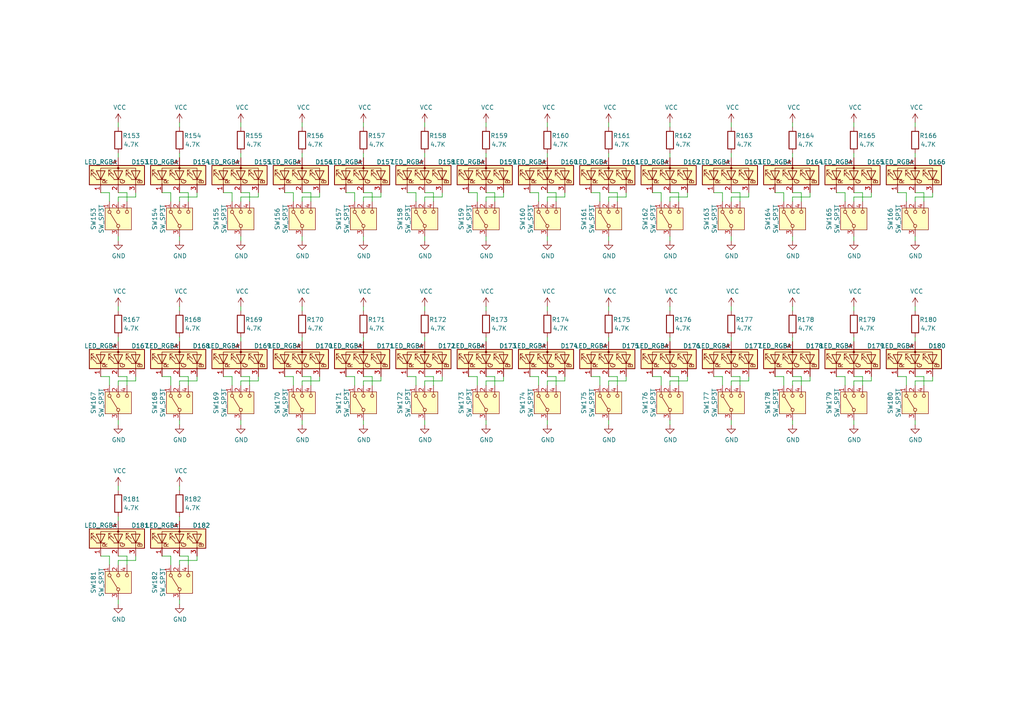
<source format=kicad_sch>
(kicad_sch (version 20231120) (generator "eeschema") (generator_version "8.0")
  (paper "A4")
  (lib_symbols
    (symbol "Device:R" (pin_numbers hide) (pin_names (offset 0))
      (property "Reference" "R" (at 2.032 0 90))
      (property "Value" "R" (at 0 0 90))
      (symbol "R_0_1"
        (rectangle (start -1.016 -2.54) (end 1.016 2.54) (stroke (width 0.254)))
      )
      (symbol "R_1_1"
        (pin passive line (at 0 3.81 270) (length 1.27) (name "~") (number "1"))
        (pin passive line (at 0 -3.81 90) (length 1.27) (name "~") (number "2"))
      )
    )
    (symbol "Switch:SW_SP3T" (pin_names (offset 0) hide)
      (property "Reference" "SW" (at 0 5.08 0))
      (property "Value" "SW_SP3T" (at 0 -5.08 0))
      (symbol "SW_SP3T_0_1"
        (circle (center -2.032 0) (radius 0.4572))
        (polyline (pts (xy -1.651 0.254) (xy 1.651 2.286)))
        (circle (center 2.032 -2.54) (radius 0.4572))
        (circle (center 2.032 0) (radius 0.4572))
        (circle (center 2.032 2.54) (radius 0.4572))
      )
      (symbol "SW_SP3T_1_1"
        (rectangle (start -3.175 3.81) (end 3.175 -3.81) (fill (type background)))
        (pin passive line (at 5.08 2.54 180) (length 2.54) (name "1") (number "1"))
        (pin passive line (at 5.08 0 180) (length 2.54) (name "2") (number "2"))
        (pin passive line (at -5.08 0 0) (length 2.54) (name "3") (number "3"))
        (pin passive line (at 5.08 -2.54 180) (length 2.54) (name "4") (number "4"))
      )
    )
    (symbol "led_rgba:LED_RGBA" (pin_names (offset 0) hide)
      (property "Reference" "D" (at 0 9.398 0))
      (property "Value" "LED_RGBA" (at 0 -8.89 0))
      (symbol "LED_RGBA_0_0"
        (text "B" (at -1.905 -6.35 0) (effects (font (size 1.27 1.27))))
        (text "G" (at -1.905 -1.27 0) (effects (font (size 1.27 1.27))))
        (text "R" (at -1.905 3.81 0) (effects (font (size 1.27 1.27))))
      )
      (symbol "LED_RGBA_0_1"
        (polyline (pts (xy -2.54 -5.08) (xy 1.27 -5.08)))
        (polyline (pts (xy -1.27 -3.81) (xy -1.27 -6.35)) (stroke (width 0.2032)))
        (polyline (pts (xy -1.27 1.27) (xy -1.27 -1.27)) (stroke (width 0.2032)))
        (polyline (pts (xy -1.27 6.35) (xy -1.27 3.81)) (stroke (width 0.2032)))
        (polyline (pts (xy 1.27 5.08) (xy -2.54 5.08)))
        (polyline (pts (xy 2.54 0) (xy -2.54 0)))
        (polyline (pts (xy 1.27 -5.08) (xy 2.032 -5.08) (xy 2.032 5.08) (xy 1.27 5.08)))
        (polyline (pts (xy 1.27 -3.81) (xy 1.27 -6.35) (xy -1.27 -5.08) (xy 1.27 -3.81)) (stroke (width 0.2032)))
        (polyline (pts (xy 1.27 1.27) (xy 1.27 -1.27) (xy -1.27 0) (xy 1.27 1.27)) (stroke (width 0.2032)))
        (polyline (pts (xy 1.27 6.35) (xy 1.27 3.81) (xy -1.27 5.08) (xy 1.27 6.35)) (stroke (width 0.2032)))
        (polyline (pts (xy -1.016 -3.81) (xy 0.508 -2.286) (xy -0.254 -2.286) (xy 0.508 -2.286) (xy 0.508 -3.048)))
        (polyline (pts (xy -1.016 1.27) (xy 0.508 2.794) (xy -0.254 2.794) (xy 0.508 2.794) (xy 0.508 2.032)))
        (polyline (pts (xy -1.016 6.35) (xy 0.508 7.874) (xy -0.254 7.874) (xy 0.508 7.874) (xy 0.508 7.112)))
        (polyline (pts (xy 0 -3.81) (xy 1.524 -2.286) (xy 0.762 -2.286) (xy 1.524 -2.286) (xy 1.524 -3.048)))
        (polyline (pts (xy 0 1.27) (xy 1.524 2.794) (xy 0.762 2.794) (xy 1.524 2.794) (xy 1.524 2.032)))
        (polyline (pts (xy 0 6.35) (xy 1.524 7.874) (xy 0.762 7.874) (xy 1.524 7.874) (xy 1.524 7.112)))
        (rectangle (start 1.27 6.35) (end 1.27 6.35))
        (circle (center 2.032 0) (radius 0.254) (fill (type outline)))
        (rectangle (start 2.794 8.382) (end -2.794 -7.62) (stroke (width 0.254)) (fill (type background)))
      )
      (symbol "LED_RGBA_1_1"
        (pin passive line (at -5.08 5.08 0) (length 2.54) (name "RK") (number "1"))
        (pin passive line (at -5.08 0 0) (length 2.54) (name "GK") (number "2"))
        (pin passive line (at -5.08 -5.08 0) (length 2.54) (name "BK") (number "3"))
        (pin passive line (at 5.08 0 180) (length 2.54) (name "A") (number "4"))
      )
    )
    (symbol "motivational board-rescue:GND-power" (power) (pin_names (offset 0))
      (property "Value" "power_GND" (at 0 -3.81 0))
      (symbol "GND-power_0_1"
        (polyline (pts (xy 0 0) (xy 0 -1.27) (xy 1.27 -1.27) (xy 0 -2.54) (xy -1.27 -1.27) (xy 0 -1.27)))
      )
      (symbol "GND-power_1_1"
        (pin power_in line (at 0 0 270) (length 0) hide (name "GND") (number "1"))
      )
    )
    (symbol "motivational board-rescue:VCC-power" (power) (pin_names (offset 0))
      (property "Value" "power_VCC" (at 0 3.81 0))
      (symbol "VCC-power_0_1"
        (polyline (pts (xy -0.762 1.27) (xy 0 2.54)))
        (polyline (pts (xy 0 0) (xy 0 2.54)))
        (polyline (pts (xy 0 2.54) (xy 0.762 1.27)))
      )
      (symbol "VCC-power_1_1"
        (pin power_in line (at 0 0 90) (length 0) hide (name "VCC") (number "1"))
      )
    )
  )
  (wire (pts (xy 212.09 111.76) (xy 212.09 110.49)))
  (wire (pts (xy 181.61 57.15) (xy 181.61 55.88)))
  (wire (pts (xy 214.63 109.22) (xy 212.09 109.22)))
  (wire (pts (xy 105.41 35.56) (xy 105.41 36.83)))
  (wire (pts (xy 107.95 111.76) (xy 107.95 109.22)))
  (wire (pts (xy 242.57 55.88) (xy 245.11 55.88)))
  (wire (pts (xy 140.97 35.56) (xy 140.97 36.83)))
  (wire (pts (xy 250.19 111.76) (xy 250.19 109.22)))
  (wire (pts (xy 179.07 109.22) (xy 176.53 109.22)))
  (wire (pts (xy 69.85 68.58) (xy 69.85 69.85)))
  (wire (pts (xy 52.07 111.76) (xy 52.07 110.49)))
  (wire (pts (xy 265.43 88.9) (xy 265.43 90.17)))
  (wire (pts (xy 171.45 55.88) (xy 173.99 55.88)))
  (wire (pts (xy 209.55 55.88) (xy 209.55 58.42)))
  (wire (pts (xy 158.75 57.15) (xy 163.83 57.15)))
  (wire (pts (xy 120.65 55.88) (xy 120.65 58.42)))
  (wire (pts (xy 87.63 99.06) (xy 87.63 97.79)))
  (wire (pts (xy 176.53 68.58) (xy 176.53 69.85)))
  (wire (pts (xy 171.45 109.22) (xy 173.99 109.22)))
  (wire (pts (xy 247.65 88.9) (xy 247.65 90.17)))
  (wire (pts (xy 229.87 45.72) (xy 229.87 44.45)))
  (wire (pts (xy 29.21 161.29) (xy 31.75 161.29)))
  (wire (pts (xy 212.09 88.9) (xy 212.09 90.17)))
  (wire (pts (xy 36.83 109.22) (xy 34.29 109.22)))
  (wire (pts (xy 64.77 55.88) (xy 67.31 55.88)))
  (wire (pts (xy 260.35 109.22) (xy 262.89 109.22)))
  (wire (pts (xy 105.41 99.06) (xy 105.41 97.79)))
  (wire (pts (xy 72.39 111.76) (xy 72.39 109.22)))
  (wire (pts (xy 87.63 88.9) (xy 87.63 90.17)))
  (wire (pts (xy 105.41 111.76) (xy 105.41 110.49)))
  (wire (pts (xy 34.29 111.76) (xy 34.29 110.49)))
  (wire (pts (xy 57.15 57.15) (xy 57.15 55.88)))
  (wire (pts (xy 39.37 57.15) (xy 39.37 55.88)))
  (wire (pts (xy 36.83 55.88) (xy 34.29 55.88)))
  (wire (pts (xy 176.53 88.9) (xy 176.53 90.17)))
  (wire (pts (xy 52.07 57.15) (xy 57.15 57.15)))
  (wire (pts (xy 46.99 161.29) (xy 49.53 161.29)))
  (wire (pts (xy 125.73 109.22) (xy 123.19 109.22)))
  (wire (pts (xy 179.07 55.88) (xy 176.53 55.88)))
  (wire (pts (xy 189.23 109.22) (xy 191.77 109.22)))
  (wire (pts (xy 87.63 121.92) (xy 87.63 123.19)))
  (wire (pts (xy 87.63 68.58) (xy 87.63 69.85)))
  (wire (pts (xy 82.55 109.22) (xy 85.09 109.22)))
  (wire (pts (xy 34.29 57.15) (xy 39.37 57.15)))
  (wire (pts (xy 176.53 57.15) (xy 181.61 57.15)))
  (wire (pts (xy 52.07 99.06) (xy 52.07 97.79)))
  (wire (pts (xy 34.29 58.42) (xy 34.29 57.15)))
  (wire (pts (xy 34.29 163.83) (xy 34.29 162.56)))
  (wire (pts (xy 265.43 57.15) (xy 270.51 57.15)))
  (wire (pts (xy 196.85 55.88) (xy 194.31 55.88)))
  (wire (pts (xy 125.73 55.88) (xy 123.19 55.88)))
  (wire (pts (xy 34.29 45.72) (xy 34.29 44.45)))
  (wire (pts (xy 34.29 99.06) (xy 34.29 97.79)))
  (wire (pts (xy 36.83 111.76) (xy 36.83 109.22)))
  (wire (pts (xy 247.65 99.06) (xy 247.65 97.79)))
  (wire (pts (xy 52.07 173.99) (xy 52.07 175.26)))
  (wire (pts (xy 52.07 151.13) (xy 52.07 149.86)))
  (wire (pts (xy 252.73 110.49) (xy 252.73 109.22)))
  (wire (pts (xy 52.07 110.49) (xy 57.15 110.49)))
  (wire (pts (xy 234.95 57.15) (xy 234.95 55.88)))
  (wire (pts (xy 138.43 55.88) (xy 138.43 58.42)))
  (wire (pts (xy 146.05 110.49) (xy 146.05 109.22)))
  (wire (pts (xy 245.11 55.88) (xy 245.11 58.42)))
  (wire (pts (xy 158.75 99.06) (xy 158.75 97.79)))
  (wire (pts (xy 52.07 45.72) (xy 52.07 44.45)))
  (wire (pts (xy 34.29 140.97) (xy 34.29 142.24)))
  (wire (pts (xy 227.33 55.88) (xy 227.33 58.42)))
  (wire (pts (xy 123.19 99.06) (xy 123.19 97.79)))
  (wire (pts (xy 87.63 110.49) (xy 92.71 110.49)))
  (wire (pts (xy 194.31 57.15) (xy 199.39 57.15)))
  (wire (pts (xy 39.37 162.56) (xy 39.37 161.29)))
  (wire (pts (xy 265.43 45.72) (xy 265.43 44.45)))
  (wire (pts (xy 232.41 55.88) (xy 229.87 55.88)))
  (wire (pts (xy 176.53 45.72) (xy 176.53 44.45)))
  (wire (pts (xy 173.99 55.88) (xy 173.99 58.42)))
  (wire (pts (xy 247.65 110.49) (xy 252.73 110.49)))
  (wire (pts (xy 107.95 55.88) (xy 105.41 55.88)))
  (wire (pts (xy 102.87 55.88) (xy 102.87 58.42)))
  (wire (pts (xy 250.19 58.42) (xy 250.19 55.88)))
  (wire (pts (xy 31.75 161.29) (xy 31.75 163.83)))
  (wire (pts (xy 229.87 110.49) (xy 234.95 110.49)))
  (wire (pts (xy 163.83 57.15) (xy 163.83 55.88)))
  (wire (pts (xy 232.41 58.42) (xy 232.41 55.88)))
  (wire (pts (xy 158.75 58.42) (xy 158.75 57.15)))
  (wire (pts (xy 267.97 111.76) (xy 267.97 109.22)))
  (wire (pts (xy 176.53 99.06) (xy 176.53 97.79)))
  (wire (pts (xy 247.65 68.58) (xy 247.65 69.85)))
  (wire (pts (xy 217.17 57.15) (xy 217.17 55.88)))
  (wire (pts (xy 140.97 88.9) (xy 140.97 90.17)))
  (wire (pts (xy 158.75 110.49) (xy 163.83 110.49)))
  (wire (pts (xy 224.79 55.88) (xy 227.33 55.88)))
  (wire (pts (xy 229.87 111.76) (xy 229.87 110.49)))
  (wire (pts (xy 229.87 88.9) (xy 229.87 90.17)))
  (wire (pts (xy 229.87 35.56) (xy 229.87 36.83)))
  (wire (pts (xy 245.11 109.22) (xy 245.11 111.76)))
  (wire (pts (xy 143.51 111.76) (xy 143.51 109.22)))
  (wire (pts (xy 229.87 68.58) (xy 229.87 69.85)))
  (wire (pts (xy 234.95 110.49) (xy 234.95 109.22)))
  (wire (pts (xy 207.01 55.88) (xy 209.55 55.88)))
  (wire (pts (xy 224.79 109.22) (xy 227.33 109.22)))
  (wire (pts (xy 90.17 55.88) (xy 87.63 55.88)))
  (wire (pts (xy 54.61 109.22) (xy 52.07 109.22)))
  (wire (pts (xy 105.41 45.72) (xy 105.41 44.45)))
  (wire (pts (xy 153.67 109.22) (xy 156.21 109.22)))
  (wire (pts (xy 191.77 109.22) (xy 191.77 111.76)))
  (wire (pts (xy 194.31 110.49) (xy 199.39 110.49)))
  (wire (pts (xy 123.19 57.15) (xy 128.27 57.15)))
  (wire (pts (xy 194.31 68.58) (xy 194.31 69.85)))
  (wire (pts (xy 49.53 161.29) (xy 49.53 163.83)))
  (wire (pts (xy 158.75 88.9) (xy 158.75 90.17)))
  (wire (pts (xy 118.11 55.88) (xy 120.65 55.88)))
  (wire (pts (xy 194.31 45.72) (xy 194.31 44.45)))
  (wire (pts (xy 229.87 121.92) (xy 229.87 123.19)))
  (wire (pts (xy 52.07 35.56) (xy 52.07 36.83)))
  (wire (pts (xy 87.63 111.76) (xy 87.63 110.49)))
  (wire (pts (xy 52.07 58.42) (xy 52.07 57.15)))
  (wire (pts (xy 110.49 110.49) (xy 110.49 109.22)))
  (wire (pts (xy 158.75 45.72) (xy 158.75 44.45)))
  (wire (pts (xy 163.83 110.49) (xy 163.83 109.22)))
  (wire (pts (xy 54.61 55.88) (xy 52.07 55.88)))
  (wire (pts (xy 227.33 109.22) (xy 227.33 111.76)))
  (wire (pts (xy 176.53 35.56) (xy 176.53 36.83)))
  (wire (pts (xy 194.31 121.92) (xy 194.31 123.19)))
  (wire (pts (xy 29.21 109.22) (xy 31.75 109.22)))
  (wire (pts (xy 176.53 110.49) (xy 181.61 110.49)))
  (wire (pts (xy 267.97 55.88) (xy 265.43 55.88)))
  (wire (pts (xy 176.53 121.92) (xy 176.53 123.19)))
  (wire (pts (xy 52.07 68.58) (xy 52.07 69.85)))
  (wire (pts (xy 123.19 45.72) (xy 123.19 44.45)))
  (wire (pts (xy 232.41 109.22) (xy 229.87 109.22)))
  (wire (pts (xy 179.07 58.42) (xy 179.07 55.88)))
  (wire (pts (xy 161.29 58.42) (xy 161.29 55.88)))
  (wire (pts (xy 120.65 109.22) (xy 120.65 111.76)))
  (wire (pts (xy 69.85 45.72) (xy 69.85 44.45)))
  (wire (pts (xy 105.41 58.42) (xy 105.41 57.15)))
  (wire (pts (xy 247.65 121.92) (xy 247.65 123.19)))
  (wire (pts (xy 105.41 121.92) (xy 105.41 123.19)))
  (wire (pts (xy 250.19 109.22) (xy 247.65 109.22)))
  (wire (pts (xy 87.63 58.42) (xy 87.63 57.15)))
  (wire (pts (xy 135.89 109.22) (xy 138.43 109.22)))
  (wire (pts (xy 52.07 88.9) (xy 52.07 90.17)))
  (wire (pts (xy 36.83 161.29) (xy 34.29 161.29)))
  (wire (pts (xy 265.43 110.49) (xy 270.51 110.49)))
  (wire (pts (xy 229.87 99.06) (xy 229.87 97.79)))
  (wire (pts (xy 214.63 55.88) (xy 212.09 55.88)))
  (wire (pts (xy 153.67 55.88) (xy 156.21 55.88)))
  (wire (pts (xy 107.95 58.42) (xy 107.95 55.88)))
  (wire (pts (xy 87.63 45.72) (xy 87.63 44.45)))
  (wire (pts (xy 212.09 58.42) (xy 212.09 57.15)))
  (wire (pts (xy 217.17 110.49) (xy 217.17 109.22)))
  (wire (pts (xy 229.87 57.15) (xy 234.95 57.15)))
  (wire (pts (xy 90.17 58.42) (xy 90.17 55.88)))
  (wire (pts (xy 140.97 45.72) (xy 140.97 44.45)))
  (wire (pts (xy 92.71 110.49) (xy 92.71 109.22)))
  (wire (pts (xy 176.53 111.76) (xy 176.53 110.49)))
  (wire (pts (xy 212.09 99.06) (xy 212.09 97.79)))
  (wire (pts (xy 102.87 109.22) (xy 102.87 111.76)))
  (wire (pts (xy 214.63 111.76) (xy 214.63 109.22)))
  (wire (pts (xy 158.75 121.92) (xy 158.75 123.19)))
  (wire (pts (xy 105.41 110.49) (xy 110.49 110.49)))
  (wire (pts (xy 46.99 109.22) (xy 49.53 109.22)))
  (wire (pts (xy 31.75 55.88) (xy 31.75 58.42)))
  (wire (pts (xy 196.85 111.76) (xy 196.85 109.22)))
  (wire (pts (xy 72.39 109.22) (xy 69.85 109.22)))
  (wire (pts (xy 265.43 121.92) (xy 265.43 123.19)))
  (wire (pts (xy 123.19 68.58) (xy 123.19 69.85)))
  (wire (pts (xy 46.99 55.88) (xy 49.53 55.88)))
  (wire (pts (xy 34.29 121.92) (xy 34.29 123.19)))
  (wire (pts (xy 194.31 88.9) (xy 194.31 90.17)))
  (wire (pts (xy 267.97 109.22) (xy 265.43 109.22)))
  (wire (pts (xy 105.41 68.58) (xy 105.41 69.85)))
  (wire (pts (xy 265.43 111.76) (xy 265.43 110.49)))
  (wire (pts (xy 74.93 57.15) (xy 74.93 55.88)))
  (wire (pts (xy 161.29 55.88) (xy 158.75 55.88)))
  (wire (pts (xy 140.97 58.42) (xy 140.97 57.15)))
  (wire (pts (xy 181.61 110.49) (xy 181.61 109.22)))
  (wire (pts (xy 69.85 58.42) (xy 69.85 57.15)))
  (wire (pts (xy 191.77 55.88) (xy 191.77 58.42)))
  (wire (pts (xy 107.95 109.22) (xy 105.41 109.22)))
  (wire (pts (xy 72.39 58.42) (xy 72.39 55.88)))
  (wire (pts (xy 158.75 35.56) (xy 158.75 36.83)))
  (wire (pts (xy 158.75 111.76) (xy 158.75 110.49)))
  (wire (pts (xy 110.49 57.15) (xy 110.49 55.88)))
  (wire (pts (xy 54.61 111.76) (xy 54.61 109.22)))
  (wire (pts (xy 196.85 109.22) (xy 194.31 109.22)))
  (wire (pts (xy 262.89 109.22) (xy 262.89 111.76)))
  (wire (pts (xy 140.97 111.76) (xy 140.97 110.49)))
  (wire (pts (xy 123.19 121.92) (xy 123.19 123.19)))
  (wire (pts (xy 247.65 35.56) (xy 247.65 36.83)))
  (wire (pts (xy 74.93 110.49) (xy 74.93 109.22)))
  (wire (pts (xy 82.55 55.88) (xy 85.09 55.88)))
  (wire (pts (xy 69.85 121.92) (xy 69.85 123.19)))
  (wire (pts (xy 138.43 109.22) (xy 138.43 111.76)))
  (wire (pts (xy 52.07 140.97) (xy 52.07 142.24)))
  (wire (pts (xy 100.33 55.88) (xy 102.87 55.88)))
  (wire (pts (xy 67.31 109.22) (xy 67.31 111.76)))
  (wire (pts (xy 90.17 111.76) (xy 90.17 109.22)))
  (wire (pts (xy 229.87 58.42) (xy 229.87 57.15)))
  (wire (pts (xy 262.89 55.88) (xy 262.89 58.42)))
  (wire (pts (xy 214.63 58.42) (xy 214.63 55.88)))
  (wire (pts (xy 173.99 109.22) (xy 173.99 111.76)))
  (wire (pts (xy 118.11 109.22) (xy 120.65 109.22)))
  (wire (pts (xy 247.65 45.72) (xy 247.65 44.45)))
  (wire (pts (xy 34.29 35.56) (xy 34.29 36.83)))
  (wire (pts (xy 140.97 121.92) (xy 140.97 123.19)))
  (wire (pts (xy 158.75 68.58) (xy 158.75 69.85)))
  (wire (pts (xy 260.35 55.88) (xy 262.89 55.88)))
  (wire (pts (xy 143.51 109.22) (xy 140.97 109.22)))
  (wire (pts (xy 123.19 35.56) (xy 123.19 36.83)))
  (wire (pts (xy 69.85 111.76) (xy 69.85 110.49)))
  (wire (pts (xy 69.85 110.49) (xy 74.93 110.49)))
  (wire (pts (xy 34.29 162.56) (xy 39.37 162.56)))
  (wire (pts (xy 54.61 161.29) (xy 52.07 161.29)))
  (wire (pts (xy 34.29 88.9) (xy 34.29 90.17)))
  (wire (pts (xy 87.63 35.56) (xy 87.63 36.83)))
  (wire (pts (xy 270.51 110.49) (xy 270.51 109.22)))
  (wire (pts (xy 123.19 111.76) (xy 123.19 110.49)))
  (wire (pts (xy 85.09 109.22) (xy 85.09 111.76)))
  (wire (pts (xy 54.61 58.42) (xy 54.61 55.88)))
  (wire (pts (xy 123.19 110.49) (xy 128.27 110.49)))
  (wire (pts (xy 212.09 110.49) (xy 217.17 110.49)))
  (wire (pts (xy 36.83 58.42) (xy 36.83 55.88)))
  (wire (pts (xy 242.57 109.22) (xy 245.11 109.22)))
  (wire (pts (xy 265.43 99.06) (xy 265.43 97.79)))
  (wire (pts (xy 161.29 109.22) (xy 158.75 109.22)))
  (wire (pts (xy 123.19 58.42) (xy 123.19 57.15)))
  (wire (pts (xy 85.09 55.88) (xy 85.09 58.42)))
  (wire (pts (xy 270.51 57.15) (xy 270.51 55.88)))
  (wire (pts (xy 31.75 109.22) (xy 31.75 111.76)))
  (wire (pts (xy 161.29 111.76) (xy 161.29 109.22)))
  (wire (pts (xy 123.19 88.9) (xy 123.19 90.17)))
  (wire (pts (xy 52.07 162.56) (xy 57.15 162.56)))
  (wire (pts (xy 90.17 109.22) (xy 87.63 109.22)))
  (wire (pts (xy 135.89 55.88) (xy 138.43 55.88)))
  (wire (pts (xy 105.41 88.9) (xy 105.41 90.17)))
  (wire (pts (xy 176.53 58.42) (xy 176.53 57.15)))
  (wire (pts (xy 247.65 57.15) (xy 252.73 57.15)))
  (wire (pts (xy 232.41 111.76) (xy 232.41 109.22)))
  (wire (pts (xy 29.21 55.88) (xy 31.75 55.88)))
  (wire (pts (xy 194.31 99.06) (xy 194.31 97.79)))
  (wire (pts (xy 128.27 57.15) (xy 128.27 55.88)))
  (wire (pts (xy 209.55 109.22) (xy 209.55 111.76)))
  (wire (pts (xy 265.43 68.58) (xy 265.43 69.85)))
  (wire (pts (xy 52.07 163.83) (xy 52.07 162.56)))
  (wire (pts (xy 146.05 57.15) (xy 146.05 55.88)))
  (wire (pts (xy 69.85 57.15) (xy 74.93 57.15)))
  (wire (pts (xy 87.63 57.15) (xy 92.71 57.15)))
  (wire (pts (xy 267.97 58.42) (xy 267.97 55.88)))
  (wire (pts (xy 105.41 57.15) (xy 110.49 57.15)))
  (wire (pts (xy 34.29 173.99) (xy 34.29 175.26)))
  (wire (pts (xy 49.53 109.22) (xy 49.53 111.76)))
  (wire (pts (xy 265.43 58.42) (xy 265.43 57.15)))
  (wire (pts (xy 34.29 68.58) (xy 34.29 69.85)))
  (wire (pts (xy 189.23 55.88) (xy 191.77 55.88)))
  (wire (pts (xy 143.51 58.42) (xy 143.51 55.88)))
  (wire (pts (xy 69.85 35.56) (xy 69.85 36.83)))
  (wire (pts (xy 52.07 121.92) (xy 52.07 123.19)))
  (wire (pts (xy 125.73 58.42) (xy 125.73 55.88)))
  (wire (pts (xy 64.77 109.22) (xy 67.31 109.22)))
  (wire (pts (xy 247.65 111.76) (xy 247.65 110.49)))
  (wire (pts (xy 252.73 57.15) (xy 252.73 55.88)))
  (wire (pts (xy 67.31 55.88) (xy 67.31 58.42)))
  (wire (pts (xy 199.39 110.49) (xy 199.39 109.22)))
  (wire (pts (xy 49.53 55.88) (xy 49.53 58.42)))
  (wire (pts (xy 194.31 35.56) (xy 194.31 36.83)))
  (wire (pts (xy 140.97 57.15) (xy 146.05 57.15)))
  (wire (pts (xy 247.65 58.42) (xy 247.65 57.15)))
  (wire (pts (xy 156.21 55.88) (xy 156.21 58.42)))
  (wire (pts (xy 100.33 109.22) (xy 102.87 109.22)))
  (wire (pts (xy 140.97 110.49) (xy 146.05 110.49)))
  (wire (pts (xy 69.85 88.9) (xy 69.85 90.17)))
  (wire (pts (xy 39.37 110.49) (xy 39.37 109.22)))
  (wire (pts (xy 179.07 111.76) (xy 179.07 109.22)))
  (wire (pts (xy 212.09 45.72) (xy 212.09 44.45)))
  (wire (pts (xy 36.83 163.83) (xy 36.83 161.29)))
  (wire (pts (xy 212.09 121.92) (xy 212.09 123.19)))
  (wire (pts (xy 143.51 55.88) (xy 140.97 55.88)))
  (wire (pts (xy 140.97 68.58) (xy 140.97 69.85)))
  (wire (pts (xy 57.15 162.56) (xy 57.15 161.29)))
  (wire (pts (xy 140.97 99.06) (xy 140.97 97.79)))
  (wire (pts (xy 265.43 35.56) (xy 265.43 36.83)))
  (wire (pts (xy 199.39 57.15) (xy 199.39 55.88)))
  (wire (pts (xy 212.09 68.58) (xy 212.09 69.85)))
  (wire (pts (xy 92.71 57.15) (xy 92.71 55.88)))
  (wire (pts (xy 34.29 151.13) (xy 34.29 149.86)))
  (wire (pts (xy 34.29 110.49) (xy 39.37 110.49)))
  (wire (pts (xy 212.09 35.56) (xy 212.09 36.83)))
  (wire (pts (xy 194.31 111.76) (xy 194.31 110.49)))
  (wire (pts (xy 212.09 57.15) (xy 217.17 57.15)))
  (wire (pts (xy 69.85 99.06) (xy 69.85 97.79)))
  (wire (pts (xy 125.73 111.76) (xy 125.73 109.22)))
  (wire (pts (xy 72.39 55.88) (xy 69.85 55.88)))
  (wire (pts (xy 250.19 55.88) (xy 247.65 55.88)))
  (wire (pts (xy 194.31 58.42) (xy 194.31 57.15)))
  (wire (pts (xy 128.27 110.49) (xy 128.27 109.22)))
  (wire (pts (xy 196.85 58.42) (xy 196.85 55.88)))
  (wire (pts (xy 54.61 163.83) (xy 54.61 161.29)))
  (wire (pts (xy 207.01 109.22) (xy 209.55 109.22)))
  (wire (pts (xy 156.21 109.22) (xy 156.21 111.76)))
  (wire (pts (xy 57.15 110.49) (xy 57.15 109.22)))
  (symbol (lib_id "Device:R") (at 34.29 40.64 0) (unit 1)
    (property "Reference" "R153" (at 38.1 39.37 0))
    (property "Value" "4.7K" (at 38.1 41.91 0))
    (property "Footprint" "Resistors_SMD:R_0805_HandSoldering" (effects (hide yes)))
  )
  (symbol (lib_id "led_rgba:LED_RGBA") (at 52.07 50.8 90) (unit 1)
    (property "Reference" "D154" (at 58.42 46.99 90))
    (property "Value" "LED_RGBA" (at 46.99 46.99 90))
    (property "Footprint" "LED_SMD-extra:LED_RGB_3528" (effects (hide yes)))
  )
  (symbol (lib_id "motivational board-rescue:GND-power") (at 87.63 69.85 0) (unit 1)
    (property "Reference" "#PWR0324" (effects (hide yes)))
    (property "Value" "GND" (at 87.757 74.2442 0))
  )
  (symbol (lib_id "led_rgba:LED_RGBA") (at 105.41 50.8 90) (unit 1)
    (property "Reference" "D157" (at 111.76 46.99 90))
    (property "Value" "LED_RGBA" (at 100.33 46.99 90))
    (property "Footprint" "LED_SMD-extra:LED_RGB_3528" (effects (hide yes)))
  )
  (symbol (lib_id "motivational board-rescue:VCC-power") (at 123.19 35.56 0) (unit 1)
    (property "Reference" "#PWR0312" (effects (hide yes)))
    (property "Value" "VCC" (at 123.6218 31.1658 0))
  )
  (symbol (lib_id "led_rgba:LED_RGBA") (at 176.53 50.8 90) (unit 1)
    (property "Reference" "D161" (at 182.88 46.99 90))
    (property "Value" "LED_RGBA" (at 171.45 46.99 90))
    (property "Footprint" "LED_SMD-extra:LED_RGB_3528" (effects (hide yes)))
  )
  (symbol (lib_id "led_rgba:LED_RGBA") (at 212.09 50.8 90) (unit 1)
    (property "Reference" "D163" (at 218.44 46.99 90))
    (property "Value" "LED_RGBA" (at 207.01 46.99 90))
    (property "Footprint" "LED_SMD-extra:LED_RGB_3528" (effects (hide yes)))
  )
  (symbol (lib_id "led_rgba:LED_RGBA") (at 69.85 104.14 90) (unit 1)
    (property "Reference" "D169" (at 76.2 100.33 90))
    (property "Value" "LED_RGBA" (at 64.77 100.33 90))
    (property "Footprint" "LED_SMD-extra:LED_RGB_3528" (effects (hide yes)))
  )
  (symbol (lib_id "Switch:SW_SP3T") (at 87.63 116.84 90) (unit 1)
    (property "Reference" "SW170" (at 80.4418 116.84 0))
    (property "Value" "SW_SP3T" (at 82.7532 116.84 0))
    (property "Footprint" "Button_Switch_THT-extra:SS13D07G4" (effects (hide yes)))
  )
  (symbol (lib_id "led_rgba:LED_RGBA") (at 105.41 104.14 90) (unit 1)
    (property "Reference" "D171" (at 111.76 100.33 90))
    (property "Value" "LED_RGBA" (at 100.33 100.33 90))
    (property "Footprint" "LED_SMD-extra:LED_RGB_3528" (effects (hide yes)))
  )
  (symbol (lib_id "Switch:SW_SP3T") (at 140.97 116.84 90) (unit 1)
    (property "Reference" "SW173" (at 133.7818 116.84 0))
    (property "Value" "SW_SP3T" (at 136.0932 116.84 0))
    (property "Footprint" "Button_Switch_THT-extra:SS13D07G4" (effects (hide yes)))
  )
  (symbol (lib_id "motivational board-rescue:VCC-power") (at 158.75 88.9 0) (unit 1)
    (property "Reference" "#PWR0342" (effects (hide yes)))
    (property "Value" "VCC" (at 159.1818 84.5058 0))
  )
  (symbol (lib_id "motivational board-rescue:VCC-power") (at 176.53 88.9 0) (unit 1)
    (property "Reference" "#PWR0343" (effects (hide yes)))
    (property "Value" "VCC" (at 176.9618 84.5058 0))
  )
  (symbol (lib_id "motivational board-rescue:VCC-power") (at 194.31 88.9 0) (unit 1)
    (property "Reference" "#PWR0344" (effects (hide yes)))
    (property "Value" "VCC" (at 194.7418 84.5058 0))
  )
  (symbol (lib_id "motivational board-rescue:GND-power") (at 34.29 175.26 0) (unit 1)
    (property "Reference" "#PWR0365" (effects (hide yes)))
    (property "Value" "GND" (at 34.417 179.6542 0))
  )
  (symbol (lib_id "Switch:SW_SP3T") (at 34.29 63.5 90) (unit 1)
    (property "Reference" "SW153" (at 27.1018 63.5 0))
    (property "Value" "SW_SP3T" (at 29.4132 63.5 0))
    (property "Footprint" "Button_Switch_THT-extra:SS13D07G4" (effects (hide yes)))
  )
  (symbol (lib_id "led_rgba:LED_RGBA") (at 34.29 50.8 90) (unit 1)
    (property "Reference" "D153" (at 40.64 46.99 90))
    (property "Value" "LED_RGBA" (at 29.21 46.99 90))
    (property "Footprint" "LED_SMD-extra:LED_RGB_3528" (effects (hide yes)))
  )
  (symbol (lib_id "motivational board-rescue:VCC-power") (at 34.29 35.56 0) (unit 1)
    (property "Reference" "#PWR0307" (effects (hide yes)))
    (property "Value" "VCC" (at 34.7218 31.1658 0))
  )
  (symbol (lib_id "motivational board-rescue:GND-power") (at 34.29 69.85 0) (unit 1)
    (property "Reference" "#PWR0321" (effects (hide yes)))
    (property "Value" "GND" (at 34.417 74.2442 0))
  )
  (symbol (lib_id "Switch:SW_SP3T") (at 52.07 63.5 90) (unit 1)
    (property "Reference" "SW154" (at 44.8818 63.5 0))
    (property "Value" "SW_SP3T" (at 47.1932 63.5 0))
    (property "Footprint" "Button_Switch_THT-extra:SS13D07G4" (effects (hide yes)))
  )
  (symbol (lib_id "Device:R") (at 52.07 40.64 0) (unit 1)
    (property "Reference" "R154" (at 55.88 39.37 0))
    (property "Value" "4.7K" (at 55.88 41.91 0))
    (property "Footprint" "Resistors_SMD:R_0805_HandSoldering" (effects (hide yes)))
  )
  (symbol (lib_id "motivational board-rescue:VCC-power") (at 52.07 35.56 0) (unit 1)
    (property "Reference" "#PWR0308" (effects (hide yes)))
    (property "Value" "VCC" (at 52.5018 31.1658 0))
  )
  (symbol (lib_id "motivational board-rescue:GND-power") (at 52.07 69.85 0) (unit 1)
    (property "Reference" "#PWR0322" (effects (hide yes)))
    (property "Value" "GND" (at 52.197 74.2442 0))
  )
  (symbol (lib_id "Switch:SW_SP3T") (at 69.85 63.5 90) (unit 1)
    (property "Reference" "SW155" (at 62.6618 63.5 0))
    (property "Value" "SW_SP3T" (at 64.9732 63.5 0))
    (property "Footprint" "Button_Switch_THT-extra:SS13D07G4" (effects (hide yes)))
  )
  (symbol (lib_id "led_rgba:LED_RGBA") (at 69.85 50.8 90) (unit 1)
    (property "Reference" "D155" (at 76.2 46.99 90))
    (property "Value" "LED_RGBA" (at 64.77 46.99 90))
    (property "Footprint" "LED_SMD-extra:LED_RGB_3528" (effects (hide yes)))
  )
  (symbol (lib_id "Device:R") (at 69.85 40.64 0) (unit 1)
    (property "Reference" "R155" (at 73.66 39.37 0))
    (property "Value" "4.7K" (at 73.66 41.91 0))
    (property "Footprint" "Resistors_SMD:R_0805_HandSoldering" (effects (hide yes)))
  )
  (symbol (lib_id "motivational board-rescue:VCC-power") (at 69.85 35.56 0) (unit 1)
    (property "Reference" "#PWR0309" (effects (hide yes)))
    (property "Value" "VCC" (at 70.2818 31.1658 0))
  )
  (symbol (lib_id "motivational board-rescue:GND-power") (at 69.85 69.85 0) (unit 1)
    (property "Reference" "#PWR0323" (effects (hide yes)))
    (property "Value" "GND" (at 69.977 74.2442 0))
  )
  (symbol (lib_id "Switch:SW_SP3T") (at 87.63 63.5 90) (unit 1)
    (property "Reference" "SW156" (at 80.4418 63.5 0))
    (property "Value" "SW_SP3T" (at 82.7532 63.5 0))
    (property "Footprint" "Button_Switch_THT-extra:SS13D07G4" (effects (hide yes)))
  )
  (symbol (lib_id "led_rgba:LED_RGBA") (at 87.63 50.8 90) (unit 1)
    (property "Reference" "D156" (at 93.98 46.99 90))
    (property "Value" "LED_RGBA" (at 82.55 46.99 90))
    (property "Footprint" "LED_SMD-extra:LED_RGB_3528" (effects (hide yes)))
  )
  (symbol (lib_id "Device:R") (at 87.63 40.64 0) (unit 1)
    (property "Reference" "R156" (at 91.44 39.37 0))
    (property "Value" "4.7K" (at 91.44 41.91 0))
    (property "Footprint" "Resistors_SMD:R_0805_HandSoldering" (effects (hide yes)))
  )
  (symbol (lib_id "motivational board-rescue:VCC-power") (at 87.63 35.56 0) (unit 1)
    (property "Reference" "#PWR0310" (effects (hide yes)))
    (property "Value" "VCC" (at 88.0618 31.1658 0))
  )
  (symbol (lib_id "Switch:SW_SP3T") (at 105.41 63.5 90) (unit 1)
    (property "Reference" "SW157" (at 98.2218 63.5 0))
    (property "Value" "SW_SP3T" (at 100.5332 63.5 0))
    (property "Footprint" "Button_Switch_THT-extra:SS13D07G4" (effects (hide yes)))
  )
  (symbol (lib_id "Device:R") (at 105.41 40.64 0) (unit 1)
    (property "Reference" "R157" (at 109.22 39.37 0))
    (property "Value" "4.7K" (at 109.22 41.91 0))
    (property "Footprint" "Resistors_SMD:R_0805_HandSoldering" (effects (hide yes)))
  )
  (symbol (lib_id "motivational board-rescue:VCC-power") (at 105.41 35.56 0) (unit 1)
    (property "Reference" "#PWR0311" (effects (hide yes)))
    (property "Value" "VCC" (at 105.8418 31.1658 0))
  )
  (symbol (lib_id "motivational board-rescue:GND-power") (at 105.41 69.85 0) (unit 1)
    (property "Reference" "#PWR0325" (effects (hide yes)))
    (property "Value" "GND" (at 105.537 74.2442 0))
  )
  (symbol (lib_id "Switch:SW_SP3T") (at 123.19 63.5 90) (unit 1)
    (property "Reference" "SW158" (at 116.0018 63.5 0))
    (property "Value" "SW_SP3T" (at 118.3132 63.5 0))
    (property "Footprint" "Button_Switch_THT-extra:SS13D07G4" (effects (hide yes)))
  )
  (symbol (lib_id "led_rgba:LED_RGBA") (at 123.19 50.8 90) (unit 1)
    (property "Reference" "D158" (at 129.54 46.99 90))
    (property "Value" "LED_RGBA" (at 118.11 46.99 90))
    (property "Footprint" "LED_SMD-extra:LED_RGB_3528" (effects (hide yes)))
  )
  (symbol (lib_id "Device:R") (at 123.19 40.64 0) (unit 1)
    (property "Reference" "R158" (at 127 39.37 0))
    (property "Value" "4.7K" (at 127 41.91 0))
    (property "Footprint" "Resistors_SMD:R_0805_HandSoldering" (effects (hide yes)))
  )
  (symbol (lib_id "motivational board-rescue:GND-power") (at 123.19 69.85 0) (unit 1)
    (property "Reference" "#PWR0326" (effects (hide yes)))
    (property "Value" "GND" (at 123.317 74.2442 0))
  )
  (symbol (lib_id "Switch:SW_SP3T") (at 140.97 63.5 90) (unit 1)
    (property "Reference" "SW159" (at 133.7818 63.5 0))
    (property "Value" "SW_SP3T" (at 136.0932 63.5 0))
    (property "Footprint" "Button_Switch_THT-extra:SS13D07G4" (effects (hide yes)))
  )
  (symbol (lib_id "led_rgba:LED_RGBA") (at 140.97 50.8 90) (unit 1)
    (property "Reference" "D159" (at 147.32 46.99 90))
    (property "Value" "LED_RGBA" (at 135.89 46.99 90))
    (property "Footprint" "LED_SMD-extra:LED_RGB_3528" (effects (hide yes)))
  )
  (symbol (lib_id "Device:R") (at 140.97 40.64 0) (unit 1)
    (property "Reference" "R159" (at 144.78 39.37 0))
    (property "Value" "4.7K" (at 144.78 41.91 0))
    (property "Footprint" "Resistors_SMD:R_0805_HandSoldering" (effects (hide yes)))
  )
  (symbol (lib_id "motivational board-rescue:VCC-power") (at 140.97 35.56 0) (unit 1)
    (property "Reference" "#PWR0313" (effects (hide yes)))
    (property "Value" "VCC" (at 141.4018 31.1658 0))
  )
  (symbol (lib_id "motivational board-rescue:GND-power") (at 140.97 69.85 0) (unit 1)
    (property "Reference" "#PWR0327" (effects (hide yes)))
    (property "Value" "GND" (at 141.097 74.2442 0))
  )
  (symbol (lib_id "Switch:SW_SP3T") (at 158.75 63.5 90) (unit 1)
    (property "Reference" "SW160" (at 151.5618 63.5 0))
    (property "Value" "SW_SP3T" (at 153.8732 63.5 0))
    (property "Footprint" "Button_Switch_THT-extra:SS13D07G4" (effects (hide yes)))
  )
  (symbol (lib_id "led_rgba:LED_RGBA") (at 158.75 50.8 90) (unit 1)
    (property "Reference" "D160" (at 165.1 46.99 90))
    (property "Value" "LED_RGBA" (at 153.67 46.99 90))
    (property "Footprint" "LED_SMD-extra:LED_RGB_3528" (effects (hide yes)))
  )
  (symbol (lib_id "Device:R") (at 158.75 40.64 0) (unit 1)
    (property "Reference" "R160" (at 162.56 39.37 0))
    (property "Value" "4.7K" (at 162.56 41.91 0))
    (property "Footprint" "Resistors_SMD:R_0805_HandSoldering" (effects (hide yes)))
  )
  (symbol (lib_id "motivational board-rescue:VCC-power") (at 158.75 35.56 0) (unit 1)
    (property "Reference" "#PWR0314" (effects (hide yes)))
    (property "Value" "VCC" (at 159.1818 31.1658 0))
  )
  (symbol (lib_id "motivational board-rescue:GND-power") (at 158.75 69.85 0) (unit 1)
    (property "Reference" "#PWR0328" (effects (hide yes)))
    (property "Value" "GND" (at 158.877 74.2442 0))
  )
  (symbol (lib_id "Switch:SW_SP3T") (at 176.53 63.5 90) (unit 1)
    (property "Reference" "SW161" (at 169.3418 63.5 0))
    (property "Value" "SW_SP3T" (at 171.6532 63.5 0))
    (property "Footprint" "Button_Switch_THT-extra:SS13D07G4" (effects (hide yes)))
  )
  (symbol (lib_id "Device:R") (at 176.53 40.64 0) (unit 1)
    (property "Reference" "R161" (at 180.34 39.37 0))
    (property "Value" "4.7K" (at 180.34 41.91 0))
    (property "Footprint" "Resistors_SMD:R_0805_HandSoldering" (effects (hide yes)))
  )
  (symbol (lib_id "motivational board-rescue:VCC-power") (at 176.53 35.56 0) (unit 1)
    (property "Reference" "#PWR0315" (effects (hide yes)))
    (property "Value" "VCC" (at 176.9618 31.1658 0))
  )
  (symbol (lib_id "motivational board-rescue:GND-power") (at 176.53 69.85 0) (unit 1)
    (property "Reference" "#PWR0329" (effects (hide yes)))
    (property "Value" "GND" (at 176.657 74.2442 0))
  )
  (symbol (lib_id "Switch:SW_SP3T") (at 194.31 63.5 90) (unit 1)
    (property "Reference" "SW162" (at 187.1218 63.5 0))
    (property "Value" "SW_SP3T" (at 189.4332 63.5 0))
    (property "Footprint" "Button_Switch_THT-extra:SS13D07G4" (effects (hide yes)))
  )
  (symbol (lib_id "led_rgba:LED_RGBA") (at 194.31 50.8 90) (unit 1)
    (property "Reference" "D162" (at 200.66 46.99 90))
    (property "Value" "LED_RGBA" (at 189.23 46.99 90))
    (property "Footprint" "LED_SMD-extra:LED_RGB_3528" (effects (hide yes)))
  )
  (symbol (lib_id "Device:R") (at 194.31 40.64 0) (unit 1)
    (property "Reference" "R162" (at 198.12 39.37 0))
    (property "Value" "4.7K" (at 198.12 41.91 0))
    (property "Footprint" "Resistors_SMD:R_0805_HandSoldering" (effects (hide yes)))
  )
  (symbol (lib_id "motivational board-rescue:VCC-power") (at 194.31 35.56 0) (unit 1)
    (property "Reference" "#PWR0316" (effects (hide yes)))
    (property "Value" "VCC" (at 194.7418 31.1658 0))
  )
  (symbol (lib_id "motivational board-rescue:GND-power") (at 194.31 69.85 0) (unit 1)
    (property "Reference" "#PWR0330" (effects (hide yes)))
    (property "Value" "GND" (at 194.437 74.2442 0))
  )
  (symbol (lib_id "Switch:SW_SP3T") (at 212.09 63.5 90) (unit 1)
    (property "Reference" "SW163" (at 204.9018 63.5 0))
    (property "Value" "SW_SP3T" (at 207.2132 63.5 0))
    (property "Footprint" "Button_Switch_THT-extra:SS13D07G4" (effects (hide yes)))
  )
  (symbol (lib_id "Device:R") (at 212.09 40.64 0) (unit 1)
    (property "Reference" "R163" (at 215.9 39.37 0))
    (property "Value" "4.7K" (at 215.9 41.91 0))
    (property "Footprint" "Resistors_SMD:R_0805_HandSoldering" (effects (hide yes)))
  )
  (symbol (lib_id "motivational board-rescue:VCC-power") (at 212.09 35.56 0) (unit 1)
    (property "Reference" "#PWR0317" (effects (hide yes)))
    (property "Value" "VCC" (at 212.5218 31.1658 0))
  )
  (symbol (lib_id "motivational board-rescue:GND-power") (at 212.09 69.85 0) (unit 1)
    (property "Reference" "#PWR0331" (effects (hide yes)))
    (property "Value" "GND" (at 212.217 74.2442 0))
  )
  (symbol (lib_id "Switch:SW_SP3T") (at 229.87 63.5 90) (unit 1)
    (property "Reference" "SW164" (at 222.6818 63.5 0))
    (property "Value" "SW_SP3T" (at 224.9932 63.5 0))
    (property "Footprint" "Button_Switch_THT-extra:SS13D07G4" (effects (hide yes)))
  )
  (symbol (lib_id "led_rgba:LED_RGBA") (at 229.87 50.8 90) (unit 1)
    (property "Reference" "D164" (at 236.22 46.99 90))
    (property "Value" "LED_RGBA" (at 224.79 46.99 90))
    (property "Footprint" "LED_SMD-extra:LED_RGB_3528" (effects (hide yes)))
  )
  (symbol (lib_id "Device:R") (at 229.87 40.64 0) (unit 1)
    (property "Reference" "R164" (at 233.68 39.37 0))
    (property "Value" "4.7K" (at 233.68 41.91 0))
    (property "Footprint" "Resistors_SMD:R_0805_HandSoldering" (effects (hide yes)))
  )
  (symbol (lib_id "motivational board-rescue:VCC-power") (at 229.87 35.56 0) (unit 1)
    (property "Reference" "#PWR0318" (effects (hide yes)))
    (property "Value" "VCC" (at 230.3018 31.1658 0))
  )
  (symbol (lib_id "motivational board-rescue:GND-power") (at 229.87 69.85 0) (unit 1)
    (property "Reference" "#PWR0332" (effects (hide yes)))
    (property "Value" "GND" (at 229.997 74.2442 0))
  )
  (symbol (lib_id "Switch:SW_SP3T") (at 247.65 63.5 90) (unit 1)
    (property "Reference" "SW165" (at 240.4618 63.5 0))
    (property "Value" "SW_SP3T" (at 242.7732 63.5 0))
    (property "Footprint" "Button_Switch_THT-extra:SS13D07G4" (effects (hide yes)))
  )
  (symbol (lib_id "led_rgba:LED_RGBA") (at 247.65 50.8 90) (unit 1)
    (property "Reference" "D165" (at 254 46.99 90))
    (property "Value" "LED_RGBA" (at 242.57 46.99 90))
    (property "Footprint" "LED_SMD-extra:LED_RGB_3528" (effects (hide yes)))
  )
  (symbol (lib_id "Device:R") (at 247.65 40.64 0) (unit 1)
    (property "Reference" "R165" (at 251.46 39.37 0))
    (property "Value" "4.7K" (at 251.46 41.91 0))
    (property "Footprint" "Resistors_SMD:R_0805_HandSoldering" (effects (hide yes)))
  )
  (symbol (lib_id "motivational board-rescue:VCC-power") (at 247.65 35.56 0) (unit 1)
    (property "Reference" "#PWR0319" (effects (hide yes)))
    (property "Value" "VCC" (at 248.0818 31.1658 0))
  )
  (symbol (lib_id "motivational board-rescue:GND-power") (at 247.65 69.85 0) (unit 1)
    (property "Reference" "#PWR0333" (effects (hide yes)))
    (property "Value" "GND" (at 247.777 74.2442 0))
  )
  (symbol (lib_id "Switch:SW_SP3T") (at 265.43 63.5 90) (unit 1)
    (property "Reference" "SW166" (at 258.2418 63.5 0))
    (property "Value" "SW_SP3T" (at 260.5532 63.5 0))
    (property "Footprint" "Button_Switch_THT-extra:SS13D07G4" (effects (hide yes)))
  )
  (symbol (lib_id "led_rgba:LED_RGBA") (at 265.43 50.8 90) (unit 1)
    (property "Reference" "D166" (at 271.78 46.99 90))
    (property "Value" "LED_RGBA" (at 260.35 46.99 90))
    (property "Footprint" "LED_SMD-extra:LED_RGB_3528" (effects (hide yes)))
  )
  (symbol (lib_id "Device:R") (at 265.43 40.64 0) (unit 1)
    (property "Reference" "R166" (at 269.24 39.37 0))
    (property "Value" "4.7K" (at 269.24 41.91 0))
    (property "Footprint" "Resistors_SMD:R_0805_HandSoldering" (effects (hide yes)))
  )
  (symbol (lib_id "motivational board-rescue:VCC-power") (at 265.43 35.56 0) (unit 1)
    (property "Reference" "#PWR0320" (effects (hide yes)))
    (property "Value" "VCC" (at 265.8618 31.1658 0))
  )
  (symbol (lib_id "motivational board-rescue:GND-power") (at 265.43 69.85 0) (unit 1)
    (property "Reference" "#PWR0334" (effects (hide yes)))
    (property "Value" "GND" (at 265.557 74.2442 0))
  )
  (symbol (lib_id "Switch:SW_SP3T") (at 34.29 116.84 90) (unit 1)
    (property "Reference" "SW167" (at 27.1018 116.84 0))
    (property "Value" "SW_SP3T" (at 29.4132 116.84 0))
    (property "Footprint" "Button_Switch_THT-extra:SS13D07G4" (effects (hide yes)))
  )
  (symbol (lib_id "led_rgba:LED_RGBA") (at 34.29 104.14 90) (unit 1)
    (property "Reference" "D167" (at 40.64 100.33 90))
    (property "Value" "LED_RGBA" (at 29.21 100.33 90))
    (property "Footprint" "LED_SMD-extra:LED_RGB_3528" (effects (hide yes)))
  )
  (symbol (lib_id "Device:R") (at 34.29 93.98 0) (unit 1)
    (property "Reference" "R167" (at 38.1 92.71 0))
    (property "Value" "4.7K" (at 38.1 95.25 0))
    (property "Footprint" "Resistors_SMD:R_0805_HandSoldering" (effects (hide yes)))
  )
  (symbol (lib_id "motivational board-rescue:VCC-power") (at 34.29 88.9 0) (unit 1)
    (property "Reference" "#PWR0335" (effects (hide yes)))
    (property "Value" "VCC" (at 34.7218 84.5058 0))
  )
  (symbol (lib_id "motivational board-rescue:GND-power") (at 34.29 123.19 0) (unit 1)
    (property "Reference" "#PWR0349" (effects (hide yes)))
    (property "Value" "GND" (at 34.417 127.5842 0))
  )
  (symbol (lib_id "Switch:SW_SP3T") (at 52.07 116.84 90) (unit 1)
    (property "Reference" "SW168" (at 44.8818 116.84 0))
    (property "Value" "SW_SP3T" (at 47.1932 116.84 0))
    (property "Footprint" "Button_Switch_THT-extra:SS13D07G4" (effects (hide yes)))
  )
  (symbol (lib_id "led_rgba:LED_RGBA") (at 52.07 104.14 90) (unit 1)
    (property "Reference" "D168" (at 58.42 100.33 90))
    (property "Value" "LED_RGBA" (at 46.99 100.33 90))
    (property "Footprint" "LED_SMD-extra:LED_RGB_3528" (effects (hide yes)))
  )
  (symbol (lib_id "Device:R") (at 52.07 93.98 0) (unit 1)
    (property "Reference" "R168" (at 55.88 92.71 0))
    (property "Value" "4.7K" (at 55.88 95.25 0))
    (property "Footprint" "Resistors_SMD:R_0805_HandSoldering" (effects (hide yes)))
  )
  (symbol (lib_id "motivational board-rescue:VCC-power") (at 52.07 88.9 0) (unit 1)
    (property "Reference" "#PWR0336" (effects (hide yes)))
    (property "Value" "VCC" (at 52.5018 84.5058 0))
  )
  (symbol (lib_id "motivational board-rescue:GND-power") (at 52.07 123.19 0) (unit 1)
    (property "Reference" "#PWR0350" (effects (hide yes)))
    (property "Value" "GND" (at 52.197 127.5842 0))
  )
  (symbol (lib_id "Switch:SW_SP3T") (at 69.85 116.84 90) (unit 1)
    (property "Reference" "SW169" (at 62.6618 116.84 0))
    (property "Value" "SW_SP3T" (at 64.9732 116.84 0))
    (property "Footprint" "Button_Switch_THT-extra:SS13D07G4" (effects (hide yes)))
  )
  (symbol (lib_id "Device:R") (at 69.85 93.98 0) (unit 1)
    (property "Reference" "R169" (at 73.66 92.71 0))
    (property "Value" "4.7K" (at 73.66 95.25 0))
    (property "Footprint" "Resistors_SMD:R_0805_HandSoldering" (effects (hide yes)))
  )
  (symbol (lib_id "motivational board-rescue:VCC-power") (at 69.85 88.9 0) (unit 1)
    (property "Reference" "#PWR0337" (effects (hide yes)))
    (property "Value" "VCC" (at 70.2818 84.5058 0))
  )
  (symbol (lib_id "motivational board-rescue:GND-power") (at 69.85 123.19 0) (unit 1)
    (property "Reference" "#PWR0351" (effects (hide yes)))
    (property "Value" "GND" (at 69.977 127.5842 0))
  )
  (symbol (lib_id "led_rgba:LED_RGBA") (at 87.63 104.14 90) (unit 1)
    (property "Reference" "D170" (at 93.98 100.33 90))
    (property "Value" "LED_RGBA" (at 82.55 100.33 90))
    (property "Footprint" "LED_SMD-extra:LED_RGB_3528" (effects (hide yes)))
  )
  (symbol (lib_id "Device:R") (at 87.63 93.98 0) (unit 1)
    (property "Reference" "R170" (at 91.44 92.71 0))
    (property "Value" "4.7K" (at 91.44 95.25 0))
    (property "Footprint" "Resistors_SMD:R_0805_HandSoldering" (effects (hide yes)))
  )
  (symbol (lib_id "motivational board-rescue:VCC-power") (at 87.63 88.9 0) (unit 1)
    (property "Reference" "#PWR0338" (effects (hide yes)))
    (property "Value" "VCC" (at 88.0618 84.5058 0))
  )
  (symbol (lib_id "motivational board-rescue:GND-power") (at 87.63 123.19 0) (unit 1)
    (property "Reference" "#PWR0352" (effects (hide yes)))
    (property "Value" "GND" (at 87.757 127.5842 0))
  )
  (symbol (lib_id "Switch:SW_SP3T") (at 105.41 116.84 90) (unit 1)
    (property "Reference" "SW171" (at 98.2218 116.84 0))
    (property "Value" "SW_SP3T" (at 100.5332 116.84 0))
    (property "Footprint" "Button_Switch_THT-extra:SS13D07G4" (effects (hide yes)))
  )
  (symbol (lib_id "Device:R") (at 105.41 93.98 0) (unit 1)
    (property "Reference" "R171" (at 109.22 92.71 0))
    (property "Value" "4.7K" (at 109.22 95.25 0))
    (property "Footprint" "Resistors_SMD:R_0805_HandSoldering" (effects (hide yes)))
  )
  (symbol (lib_id "motivational board-rescue:VCC-power") (at 105.41 88.9 0) (unit 1)
    (property "Reference" "#PWR0339" (effects (hide yes)))
    (property "Value" "VCC" (at 105.8418 84.5058 0))
  )
  (symbol (lib_id "motivational board-rescue:GND-power") (at 105.41 123.19 0) (unit 1)
    (property "Reference" "#PWR0353" (effects (hide yes)))
    (property "Value" "GND" (at 105.537 127.5842 0))
  )
  (symbol (lib_id "Switch:SW_SP3T") (at 123.19 116.84 90) (unit 1)
    (property "Reference" "SW172" (at 116.0018 116.84 0))
    (property "Value" "SW_SP3T" (at 118.3132 116.84 0))
    (property "Footprint" "Button_Switch_THT-extra:SS13D07G4" (effects (hide yes)))
  )
  (symbol (lib_id "led_rgba:LED_RGBA") (at 123.19 104.14 90) (unit 1)
    (property "Reference" "D172" (at 129.54 100.33 90))
    (property "Value" "LED_RGBA" (at 118.11 100.33 90))
    (property "Footprint" "LED_SMD-extra:LED_RGB_3528" (effects (hide yes)))
  )
  (symbol (lib_id "Device:R") (at 123.19 93.98 0) (unit 1)
    (property "Reference" "R172" (at 127 92.71 0))
    (property "Value" "4.7K" (at 127 95.25 0))
    (property "Footprint" "Resistors_SMD:R_0805_HandSoldering" (effects (hide yes)))
  )
  (symbol (lib_id "motivational board-rescue:VCC-power") (at 123.19 88.9 0) (unit 1)
    (property "Reference" "#PWR0340" (effects (hide yes)))
    (property "Value" "VCC" (at 123.6218 84.5058 0))
  )
  (symbol (lib_id "motivational board-rescue:GND-power") (at 123.19 123.19 0) (unit 1)
    (property "Reference" "#PWR0354" (effects (hide yes)))
    (property "Value" "GND" (at 123.317 127.5842 0))
  )
  (symbol (lib_id "led_rgba:LED_RGBA") (at 140.97 104.14 90) (unit 1)
    (property "Reference" "D173" (at 147.32 100.33 90))
    (property "Value" "LED_RGBA" (at 135.89 100.33 90))
    (property "Footprint" "LED_SMD-extra:LED_RGB_3528" (effects (hide yes)))
  )
  (symbol (lib_id "Device:R") (at 140.97 93.98 0) (unit 1)
    (property "Reference" "R173" (at 144.78 92.71 0))
    (property "Value" "4.7K" (at 144.78 95.25 0))
    (property "Footprint" "Resistors_SMD:R_0805_HandSoldering" (effects (hide yes)))
  )
  (symbol (lib_id "motivational board-rescue:VCC-power") (at 140.97 88.9 0) (unit 1)
    (property "Reference" "#PWR0341" (effects (hide yes)))
    (property "Value" "VCC" (at 141.4018 84.5058 0))
  )
  (symbol (lib_id "motivational board-rescue:GND-power") (at 140.97 123.19 0) (unit 1)
    (property "Reference" "#PWR0355" (effects (hide yes)))
    (property "Value" "GND" (at 141.097 127.5842 0))
  )
  (symbol (lib_id "Switch:SW_SP3T") (at 158.75 116.84 90) (unit 1)
    (property "Reference" "SW174" (at 151.5618 116.84 0))
    (property "Value" "SW_SP3T" (at 153.8732 116.84 0))
    (property "Footprint" "Button_Switch_THT-extra:SS13D07G4" (effects (hide yes)))
  )
  (symbol (lib_id "led_rgba:LED_RGBA") (at 158.75 104.14 90) (unit 1)
    (property "Reference" "D174" (at 165.1 100.33 90))
    (property "Value" "LED_RGBA" (at 153.67 100.33 90))
    (property "Footprint" "LED_SMD-extra:LED_RGB_3528" (effects (hide yes)))
  )
  (symbol (lib_id "Device:R") (at 158.75 93.98 0) (unit 1)
    (property "Reference" "R174" (at 162.56 92.71 0))
    (property "Value" "4.7K" (at 162.56 95.25 0))
    (property "Footprint" "Resistors_SMD:R_0805_HandSoldering" (effects (hide yes)))
  )
  (symbol (lib_id "motivational board-rescue:GND-power") (at 158.75 123.19 0) (unit 1)
    (property "Reference" "#PWR0356" (effects (hide yes)))
    (property "Value" "GND" (at 158.877 127.5842 0))
  )
  (symbol (lib_id "Switch:SW_SP3T") (at 176.53 116.84 90) (unit 1)
    (property "Reference" "SW175" (at 169.3418 116.84 0))
    (property "Value" "SW_SP3T" (at 171.6532 116.84 0))
    (property "Footprint" "Button_Switch_THT-extra:SS13D07G4" (effects (hide yes)))
  )
  (symbol (lib_id "led_rgba:LED_RGBA") (at 176.53 104.14 90) (unit 1)
    (property "Reference" "D175" (at 182.88 100.33 90))
    (property "Value" "LED_RGBA" (at 171.45 100.33 90))
    (property "Footprint" "LED_SMD-extra:LED_RGB_3528" (effects (hide yes)))
  )
  (symbol (lib_id "Device:R") (at 176.53 93.98 0) (unit 1)
    (property "Reference" "R175" (at 180.34 92.71 0))
    (property "Value" "4.7K" (at 180.34 95.25 0))
    (property "Footprint" "Resistors_SMD:R_0805_HandSoldering" (effects (hide yes)))
  )
  (symbol (lib_id "motivational board-rescue:GND-power") (at 176.53 123.19 0) (unit 1)
    (property "Reference" "#PWR0357" (effects (hide yes)))
    (property "Value" "GND" (at 176.657 127.5842 0))
  )
  (symbol (lib_id "Switch:SW_SP3T") (at 194.31 116.84 90) (unit 1)
    (property "Reference" "SW176" (at 187.1218 116.84 0))
    (property "Value" "SW_SP3T" (at 189.4332 116.84 0))
    (property "Footprint" "Button_Switch_THT-extra:SS13D07G4" (effects (hide yes)))
  )
  (symbol (lib_id "led_rgba:LED_RGBA") (at 194.31 104.14 90) (unit 1)
    (property "Reference" "D176" (at 200.66 100.33 90))
    (property "Value" "LED_RGBA" (at 189.23 100.33 90))
    (property "Footprint" "LED_SMD-extra:LED_RGB_3528" (effects (hide yes)))
  )
  (symbol (lib_id "Device:R") (at 194.31 93.98 0) (unit 1)
    (property "Reference" "R176" (at 198.12 92.71 0))
    (property "Value" "4.7K" (at 198.12 95.25 0))
    (property "Footprint" "Resistors_SMD:R_0805_HandSoldering" (effects (hide yes)))
  )
  (symbol (lib_id "motivational board-rescue:GND-power") (at 194.31 123.19 0) (unit 1)
    (property "Reference" "#PWR0358" (effects (hide yes)))
    (property "Value" "GND" (at 194.437 127.5842 0))
  )
  (symbol (lib_id "Switch:SW_SP3T") (at 212.09 116.84 90) (unit 1)
    (property "Reference" "SW177" (at 204.9018 116.84 0))
    (property "Value" "SW_SP3T" (at 207.2132 116.84 0))
    (property "Footprint" "Button_Switch_THT-extra:SS13D07G4" (effects (hide yes)))
  )
  (symbol (lib_id "led_rgba:LED_RGBA") (at 212.09 104.14 90) (unit 1)
    (property "Reference" "D177" (at 218.44 100.33 90))
    (property "Value" "LED_RGBA" (at 207.01 100.33 90))
    (property "Footprint" "LED_SMD-extra:LED_RGB_3528" (effects (hide yes)))
  )
  (symbol (lib_id "Device:R") (at 212.09 93.98 0) (unit 1)
    (property "Reference" "R177" (at 215.9 92.71 0))
    (property "Value" "4.7K" (at 215.9 95.25 0))
    (property "Footprint" "Resistors_SMD:R_0805_HandSoldering" (effects (hide yes)))
  )
  (symbol (lib_id "motivational board-rescue:VCC-power") (at 212.09 88.9 0) (unit 1)
    (property "Reference" "#PWR0345" (effects (hide yes)))
    (property "Value" "VCC" (at 212.5218 84.5058 0))
  )
  (symbol (lib_id "motivational board-rescue:GND-power") (at 212.09 123.19 0) (unit 1)
    (property "Reference" "#PWR0359" (effects (hide yes)))
    (property "Value" "GND" (at 212.217 127.5842 0))
  )
  (symbol (lib_id "Switch:SW_SP3T") (at 229.87 116.84 90) (unit 1)
    (property "Reference" "SW178" (at 222.6818 116.84 0))
    (property "Value" "SW_SP3T" (at 224.9932 116.84 0))
    (property "Footprint" "Button_Switch_THT-extra:SS13D07G4" (effects (hide yes)))
  )
  (symbol (lib_id "led_rgba:LED_RGBA") (at 229.87 104.14 90) (unit 1)
    (property "Reference" "D178" (at 236.22 100.33 90))
    (property "Value" "LED_RGBA" (at 224.79 100.33 90))
    (property "Footprint" "LED_SMD-extra:LED_RGB_3528" (effects (hide yes)))
  )
  (symbol (lib_id "Device:R") (at 229.87 93.98 0) (unit 1)
    (property "Reference" "R178" (at 233.68 92.71 0))
    (property "Value" "4.7K" (at 233.68 95.25 0))
    (property "Footprint" "Resistors_SMD:R_0805_HandSoldering" (effects (hide yes)))
  )
  (symbol (lib_id "motivational board-rescue:VCC-power") (at 229.87 88.9 0) (unit 1)
    (property "Reference" "#PWR0346" (effects (hide yes)))
    (property "Value" "VCC" (at 230.3018 84.5058 0))
  )
  (symbol (lib_id "motivational board-rescue:GND-power") (at 229.87 123.19 0) (unit 1)
    (property "Reference" "#PWR0360" (effects (hide yes)))
    (property "Value" "GND" (at 229.997 127.5842 0))
  )
  (symbol (lib_id "Switch:SW_SP3T") (at 247.65 116.84 90) (unit 1)
    (property "Reference" "SW179" (at 240.4618 116.84 0))
    (property "Value" "SW_SP3T" (at 242.7732 116.84 0))
    (property "Footprint" "Button_Switch_THT-extra:SS13D07G4" (effects (hide yes)))
  )
  (symbol (lib_id "led_rgba:LED_RGBA") (at 247.65 104.14 90) (unit 1)
    (property "Reference" "D179" (at 254 100.33 90))
    (property "Value" "LED_RGBA" (at 242.57 100.33 90))
    (property "Footprint" "LED_SMD-extra:LED_RGB_3528" (effects (hide yes)))
  )
  (symbol (lib_id "Device:R") (at 247.65 93.98 0) (unit 1)
    (property "Reference" "R179" (at 251.46 92.71 0))
    (property "Value" "4.7K" (at 251.46 95.25 0))
    (property "Footprint" "Resistors_SMD:R_0805_HandSoldering" (effects (hide yes)))
  )
  (symbol (lib_id "motivational board-rescue:VCC-power") (at 247.65 88.9 0) (unit 1)
    (property "Reference" "#PWR0347" (effects (hide yes)))
    (property "Value" "VCC" (at 248.0818 84.5058 0))
  )
  (symbol (lib_id "motivational board-rescue:GND-power") (at 247.65 123.19 0) (unit 1)
    (property "Reference" "#PWR0361" (effects (hide yes)))
    (property "Value" "GND" (at 247.777 127.5842 0))
  )
  (symbol (lib_id "Switch:SW_SP3T") (at 265.43 116.84 90) (unit 1)
    (property "Reference" "SW180" (at 258.2418 116.84 0))
    (property "Value" "SW_SP3T" (at 260.5532 116.84 0))
    (property "Footprint" "Button_Switch_THT-extra:SS13D07G4" (effects (hide yes)))
  )
  (symbol (lib_id "led_rgba:LED_RGBA") (at 265.43 104.14 90) (unit 1)
    (property "Reference" "D180" (at 271.78 100.33 90))
    (property "Value" "LED_RGBA" (at 260.35 100.33 90))
    (property "Footprint" "LED_SMD-extra:LED_RGB_3528" (effects (hide yes)))
  )
  (symbol (lib_id "Device:R") (at 265.43 93.98 0) (unit 1)
    (property "Reference" "R180" (at 269.24 92.71 0))
    (property "Value" "4.7K" (at 269.24 95.25 0))
    (property "Footprint" "Resistors_SMD:R_0805_HandSoldering" (effects (hide yes)))
  )
  (symbol (lib_id "motivational board-rescue:VCC-power") (at 265.43 88.9 0) (unit 1)
    (property "Reference" "#PWR0348" (effects (hide yes)))
    (property "Value" "VCC" (at 265.8618 84.5058 0))
  )
  (symbol (lib_id "motivational board-rescue:GND-power") (at 265.43 123.19 0) (unit 1)
    (property "Reference" "#PWR0362" (effects (hide yes)))
    (property "Value" "GND" (at 265.557 127.5842 0))
  )
  (symbol (lib_id "Switch:SW_SP3T") (at 34.29 168.91 90) (unit 1)
    (property "Reference" "SW181" (at 27.1018 168.91 0))
    (property "Value" "SW_SP3T" (at 29.4132 168.91 0))
    (property "Footprint" "Button_Switch_THT-extra:SS13D07G4" (effects (hide yes)))
  )
  (symbol (lib_id "led_rgba:LED_RGBA") (at 34.29 156.21 90) (unit 1)
    (property "Reference" "D181" (at 40.64 152.4 90))
    (property "Value" "LED_RGBA" (at 29.21 152.4 90))
    (property "Footprint" "LED_SMD-extra:LED_RGB_3528" (effects (hide yes)))
  )
  (symbol (lib_id "Device:R") (at 34.29 146.05 0) (unit 1)
    (property "Reference" "R181" (at 38.1 144.78 0))
    (property "Value" "4.7K" (at 38.1 147.32 0))
    (property "Footprint" "Resistors_SMD:R_0805_HandSoldering" (effects (hide yes)))
  )
  (symbol (lib_id "motivational board-rescue:VCC-power") (at 34.29 140.97 0) (unit 1)
    (property "Reference" "#PWR0363" (effects (hide yes)))
    (property "Value" "VCC" (at 34.7218 136.5758 0))
  )
  (symbol (lib_id "Switch:SW_SP3T") (at 52.07 168.91 90) (unit 1)
    (property "Reference" "SW182" (at 44.8818 168.91 0))
    (property "Value" "SW_SP3T" (at 47.1932 168.91 0))
    (property "Footprint" "Button_Switch_THT-extra:SS13D07G4" (effects (hide yes)))
  )
  (symbol (lib_id "led_rgba:LED_RGBA") (at 52.07 156.21 90) (unit 1)
    (property "Reference" "D182" (at 58.42 152.4 90))
    (property "Value" "LED_RGBA" (at 46.99 152.4 90))
    (property "Footprint" "LED_SMD-extra:LED_RGB_3528" (effects (hide yes)))
  )
  (symbol (lib_id "Device:R") (at 52.07 146.05 0) (unit 1)
    (property "Reference" "R182" (at 55.88 144.78 0))
    (property "Value" "4.7K" (at 55.88 147.32 0))
    (property "Footprint" "Resistors_SMD:R_0805_HandSoldering" (effects (hide yes)))
  )
  (symbol (lib_id "motivational board-rescue:VCC-power") (at 52.07 140.97 0) (unit 1)
    (property "Reference" "#PWR0364" (effects (hide yes)))
    (property "Value" "VCC" (at 52.5018 136.5758 0))
  )
  (symbol (lib_id "motivational board-rescue:GND-power") (at 52.07 175.26 0) (unit 1)
    (property "Reference" "#PWR0366" (effects (hide yes)))
    (property "Value" "GND" (at 52.197 179.6542 0))
  )
)
</source>
